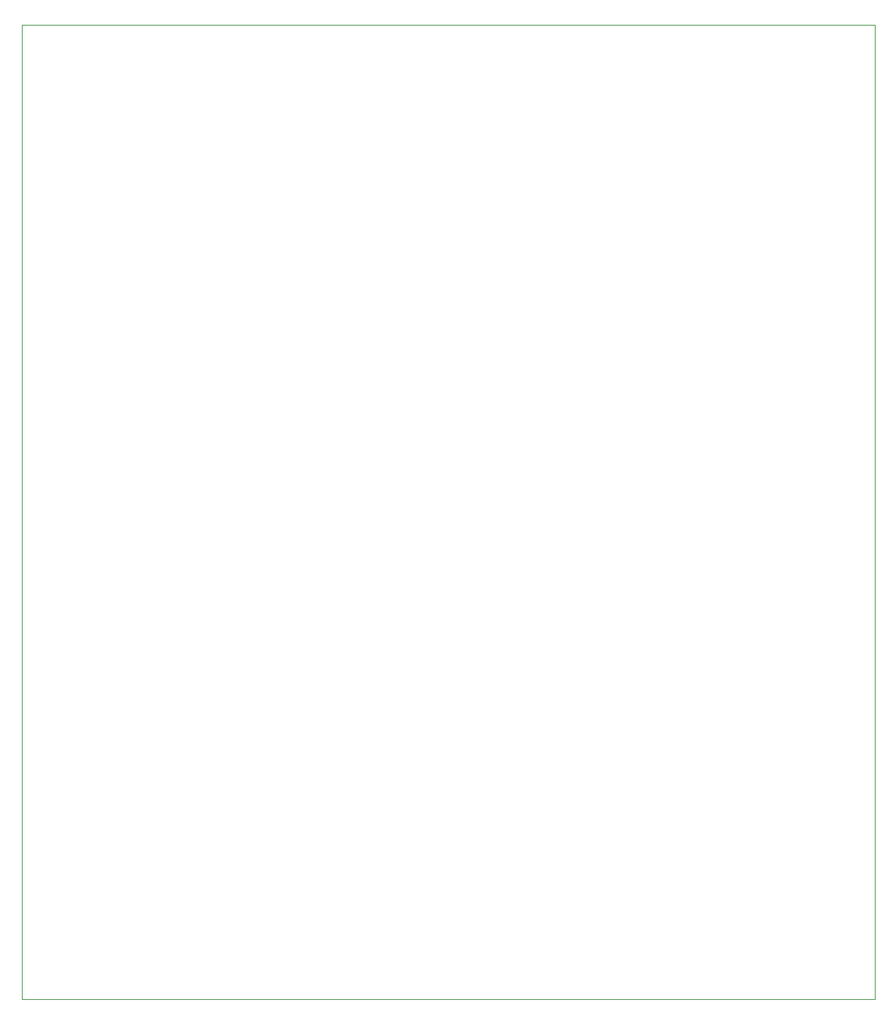
<source format=gm1>
%TF.GenerationSoftware,KiCad,Pcbnew,(6.0.7)*%
%TF.CreationDate,2022-10-10T22:00:34-03:00*%
%TF.ProjectId,uEFI_rev3,75454649-5f72-4657-9633-2e6b69636164,v3.0*%
%TF.SameCoordinates,Original*%
%TF.FileFunction,Profile,NP*%
%FSLAX46Y46*%
G04 Gerber Fmt 4.6, Leading zero omitted, Abs format (unit mm)*
G04 Created by KiCad (PCBNEW (6.0.7)) date 2022-10-10 22:00:34*
%MOMM*%
%LPD*%
G01*
G04 APERTURE LIST*
%TA.AperFunction,Profile*%
%ADD10C,0.050000*%
%TD*%
G04 APERTURE END LIST*
D10*
X55200000Y-43600000D02*
X154200000Y-43600000D01*
X154200000Y-43600000D02*
X154200000Y-156600000D01*
X154200000Y-156600000D02*
X55200000Y-156600000D01*
X55200000Y-156600000D02*
X55200000Y-43600000D01*
M02*

</source>
